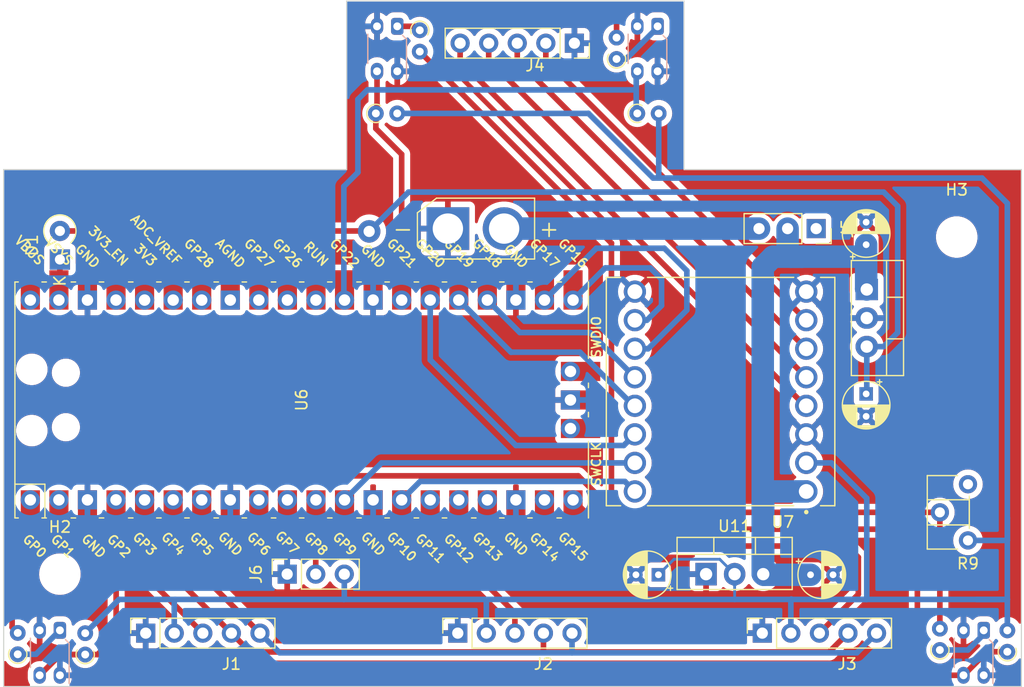
<source format=kicad_pcb>
(kicad_pcb (version 20221018) (generator pcbnew)
  (layers (0 "F.Cu" signal) (31 "B.Cu" signal) (34 "B.Paste" user) (35 "F.Paste" user) (36 "B.SilkS" user "B.Silkscreen") (37 "F.SilkS" user "F.Silkscreen") (38 "B.Mask" user) (39 "F.Mask" user) (44 "Edge.Cuts" user))
  (net 0 "")
  (net 1 "GND")
  (net 2 "Net-(D1-K)")
  (net 3 "Net-(U1-A)")
  (net 4 "Net-(R1-Pad2)")
  (net 5 "+5V")
  (net 6 "Net-(U2-A)")
  (net 7 "+3V3")
  (net 8 "Net-(U3-A)")
  (net 9 "Net-(U4-A)")
  (net 15 "SERIAL MONITOR RX")
  (net 16 "+12V")
  (net 21 "SDA")
  (net 22 "SCL")
  (net 23 "MOTOR 1 +")
  (net 24 "MOTOR 1 -")
  (net 25 "MOTOR 2 -")
  (net 26 "MOTOR 2 +")
  (net 27 "QRE1113 A")
  (net 28 "QRE1113 B")
  (net 29 "QRE1113 C")
  (net 30 "QRE1113 D")
  (net 31 "IR MODULE")
  (net 32 "PWMB")
  (net 33 "BI2")
  (net 34 "BI1")
  (net 35 "STBY")
  (net 36 "AI1")
  (net 37 "AI2")
  (net 38 "PWMA")
  (net 41 "SERIAL MONITOR TX")
  (net 45 "X-SHUT 1")
  (net 46 "X-SHUT 2")
  (net 47 "X-SHUT 3")
  (footprint "Resistor_THT:R_Axial_DIN0204_L3.6mm_D1.6mm_P1.90mm_Vertical" (layer "F.Cu") (at 109.595 45.5)
    (fp_text reference "R6" hide)
    (fp_text value "10k")
    (pad "1" thru_hole circle (at 0 0) (size 1.4 1.4) (drill 0.7) (layers "*.Cu" "*.Mask") (net 29 "QRE1113 C"))
    (pad "2" thru_hole oval (at 1.9 0) (size 1.4 1.4) (drill 0.7) (layers "*.Cu" "*.Mask") (net 7 "+3V3"))
  )
  (footprint "Connector_PinSocket_2.54mm:PinSocket_1x03_P2.54mm_Vertical" (layer "F.Cu") (at 125.5 55.75 -90)
    (fp_text reference "J5" (at 0 -2.77 -90) (layer "F.SilkS"))
    (fp_text value "Conn_01x03_Male")
    (pad "1" thru_hole rect (at 0 0 270) (size 1.7 1.7) (drill 1) (layers "*.Cu" "*.Mask") (net 16 "+12V"))
    (pad "2" thru_hole oval (at 0 2.54 270) (size 1.7 1.7) (drill 1) (layers "*.Cu" "*.Mask") (net 16 "+12V"))
    (pad "3" thru_hole oval (at 0 5.08 270) (size 1.7 1.7) (drill 1) (layers "*.Cu" "*.Mask") (net 16 "+12V"))
  )
  (footprint "Connector_AMASS:AMASS_XT30U-M_1x02_P5.0mm_Vertical" (layer "F.Cu") (at 92.75 55.75)
    (fp_text reference "IC1" hide)
    (fp_text value "XT30U-M")
    (fp_text user "+" (at 9 0) (layer "F.SilkS") (effects (font (size 1.5 1.5))))
    (fp_text user "-" (at -4 0) (layer "F.SilkS") (effects (font (size 1.5 1.5))))
    (pad "1" thru_hole rect (at 0 0) (size 3.8 3.8) (drill 2.7) (layers "*.Cu" "*.Mask") (net 1 "GND"))
    (pad "2" thru_hole circle (at 5 0) (size 3.8 3.8) (drill 2.7) (layers "*.Cu" "*.Mask") (net 16 "+12V"))
  )
  (footprint "MountingHole:MountingHole_3.2mm_M3" (layer "F.Cu") (at 58.25 86.5)
    (fp_text reference "H2" (at 0 -4.2) (layer "F.SilkS"))
    (fp_text value "MountingHole M3")
    (pad "" np_thru_hole circle (at 0 0) (size 3.2 3.2) (drill 3.2) (layers "*.Cu" "*.Mask"))
  )
  (footprint "Capacitor_THT:CP_Radial_D4.0mm_P2.00mm" (layer "F.Cu") (at 111.472599 86.555 180)
    (fp_text reference "C3" hide)
    (fp_text value "10uF")
    (pad "1" thru_hole rect (at 0 0 180) (size 1.2 1.2) (drill 0.6) (layers "*.Cu" "*.Mask") (net 7 "+3V3"))
    (pad "2" thru_hole circle (at 2 0 180) (size 1.2 1.2) (drill 0.6) (layers "*.Cu" "*.Mask") (net 1 "GND"))
  )
  (footprint "Capacitor_THT:CP_Radial_D4.0mm_P2.00mm" (layer "F.Cu") (at 129.945 70.46 -90)
    (fp_text reference "C2" hide)
    (fp_text value "22uF")
    (pad "1" thru_hole rect (at 0 0 270) (size 1.2 1.2) (drill 0.6) (layers "*.Cu" "*.Mask") (net 5 "+5V"))
    (pad "2" thru_hole circle (at 2 0 270) (size 1.2 1.2) (drill 0.6) (layers "*.Cu" "*.Mask") (net 1 "GND"))
  )
  (footprint "Capacitor_THT:CP_Radial_D4.0mm_P2.00mm" (layer "F.Cu") (at 129.945 57.1826 90)
    (fp_text reference "C1" hide)
    (fp_text value "0,1uF")
    (pad "1" thru_hole rect (at 0 0 90) (size 1.2 1.2) (drill 0.6) (layers "*.Cu" "*.Mask") (net 16 "+12V"))
    (pad "2" thru_hole circle (at 2 0 90) (size 1.2 1.2) (drill 0.6) (layers "*.Cu" "*.Mask") (net 1 "GND"))
  )
  (footprint "Package_TO_SOT_THT:TO-220-3_Vertical" (layer "F.Cu") (at 130 61.17 -90)
    (fp_text reference "U12" hide)
    (fp_text value "LM7805_TO220" hide)
    (pad "1" thru_hole rect (at 0 0 270) (size 1.905 2) (drill 1.1) (layers "*.Cu" "*.Mask") (net 16 "+12V"))
    (pad "2" thru_hole oval (at 2.54 0 270) (size 1.905 2) (drill 1.1) (layers "*.Cu" "*.Mask") (net 1 "GND"))
    (pad "3" thru_hole oval (at 5.08 0 270) (size 1.905 2) (drill 1.1) (layers "*.Cu" "*.Mask") (net 5 "+5V"))
  )
  (footprint "Resistor_THT:R_Axial_DIN0204_L3.6mm_D1.6mm_P1.90mm_Vertical" (layer "F.Cu") (at 86.345 45.5)
    (fp_text reference "R8" hide)
    (fp_text value "10k")
    (pad "1" thru_hole circle (at 0 0) (size 1.4 1.4) (drill 0.7) (layers "*.Cu" "*.Mask") (net 30 "QRE1113 D"))
    (pad "2" thru_hole oval (at 1.9 0) (size 1.4 1.4) (drill 0.7) (layers "*.Cu" "*.Mask") (net 7 "+3V3"))
  )
  (footprint "Resistor_THT:R_Axial_DIN0204_L3.6mm_D1.6mm_P1.90mm_Vertical" (layer "F.Cu") (at 90.25 38.1 -90)
    (fp_text reference "R7" hide)
    (fp_text value "100")
    (pad "1" thru_hole circle (at 0 0 270) (size 1.4 1.4) (drill 0.7) (layers "*.Cu" "*.Mask") (net 9 "Net-(U4-A)"))
    (pad "2" thru_hole oval (at 1.9 0 270) (size 1.4 1.4) (drill 0.7) (layers "*.Cu" "*.Mask") (net 4 "Net-(R1-Pad2)"))
  )
  (footprint "Connector_PinSocket_2.54mm:PinSocket_1x05_P2.54mm_Vertical" (layer "F.Cu") (at 65.88 91.75 90)
    (fp_text reference "J1" (at -2.75 7.62 180) (layer "F.SilkS"))
    (fp_text value "Conn_01x05_Pin" hide)
    (pad "1" thru_hole rect (at 0 0 90) (size 1.7 1.7) (drill 1) (layers "*.Cu" "*.Mask") (net 1 "GND"))
    (pad "2" thru_hole oval (at 0 2.54 90) (size 1.7 1.7) (drill 1) (layers "*.Cu" "*.Mask") (net 7 "+3V3"))
    (pad "3" thru_hole oval (at 0 5.08 90) (size 1.7 1.7) (drill 1) (layers "*.Cu" "*.Mask") (net 45 "X-SHUT 1"))
    (pad "4" thru_hole oval (at 0 7.62 90) (size 1.7 1.7) (drill 1) (layers "*.Cu" "*.Mask") (net 21 "SDA"))
    (pad "5" thru_hole oval (at 0 10.16 90) (size 1.7 1.7) (drill 1) (layers "*.Cu" "*.Mask") (net 22 "SCL"))
  )
  (footprint "Resistor_THT:R_Axial_DIN0204_L3.6mm_D1.6mm_P1.90mm_Vertical" (layer "F.Cu") (at 136.5 93.25 90)
    (fp_text reference "R3" hide)
    (fp_text value "100")
    (pad "1" thru_hole circle (at 0 0 90) (size 1.4 1.4) (drill 0.7) (layers "*.Cu" "*.Mask") (net 6 "Net-(U2-A)"))
    (pad "2" thru_hole oval (at 1.9 0 90) (size 1.4 1.4) (drill 0.7) (layers "*.Cu" "*.Mask") (net 4 "Net-(R1-Pad2)"))
  )
  (footprint "Diode_THT:D_A-405_P2.54mm_Vertical_KathodeUp" (layer "F.Cu") (at 58.25 58.5 90)
    (fp_text reference "D1" (at 1.27 -2.47 90) (layer "F.SilkS"))
    (fp_text value "D_Schottky" hide)
    (fp_text user "K" (at -1.9 0 90) (layer "F.SilkS"))
    (pad "1" thru_hole rect (at 0 0 90) (size 1.8 1.8) (drill 0.9) (layers "*.Cu" "*.Mask") (net 2 "Net-(D1-K)"))
    (pad "2" thru_hole oval (at 2.54 0 90) (size 1.8 1.8) (drill 0.9) (layers "*.Cu" "*.Mask") (net 5 "+5V"))
  )
  (footprint "Connector_PinSocket_2.54mm:PinSocket_1x05_P2.54mm_Vertical" (layer "F.Cu") (at 120.71 91.75 90)
    (fp_text reference "J3" (at -2.75 7.54 180) (layer "F.SilkS"))
    (fp_text value "Conn_01x05_Pin" hide)
    (pad "1" thru_hole rect (at 0 0 90) (size 1.7 1.7) (drill 1) (layers "*.Cu" "*.Mask") (net 1 "GND"))
    (pad "2" thru_hole oval (at 0 2.54 90) (size 1.7 1.7) (drill 1) (layers "*.Cu" "*.Mask") (net 7 "+3V3"))
    (pad "3" thru_hole oval (at 0 5.08 90) (size 1.7 1.7) (drill 1) (layers "*.Cu" "*.Mask") (net 47 "X-SHUT 3"))
    (pad "4" thru_hole oval (at 0 7.62 90) (size 1.7 1.7) (drill 1) (layers "*.Cu" "*.Mask") (net 21 "SDA"))
    (pad "5" thru_hole oval (at 0 10.16 90) (size 1.7 1.7) (drill 1) (layers "*.Cu" "*.Mask") (net 22 "SCL"))
  )
  (footprint "Resistor_THT:R_Axial_DIN0204_L3.6mm_D1.6mm_P1.90mm_Vertical" (layer "F.Cu") (at 54.5 93.63 90)
    (fp_text reference "R1" hide)
    (fp_text value "100")
    (pad "1" thru_hole circle (at 0 0 90) (size 1.4 1.4) (drill 0.7) (layers "*.Cu" "*.Mask") (net 3 "Net-(U1-A)"))
    (pad "2" thru_hole oval (at 1.9 0 90) (size 1.4 1.4) (drill 0.7) (layers "*.Cu" "*.Mask") (net 4 "Net-(R1-Pad2)"))
  )
  (footprint "Capacitor_THT:CP_Radial_D4.0mm_P2.00mm" (layer "F.Cu") (at 125 86.555)
    (fp_text reference "C4" hide)
    (fp_text value "10uF")
    (pad "1" thru_hole rect (at 0 0) (size 1.2 1.2) (drill 0.6) (layers "*.Cu" "*.Mask") (net 16 "+12V"))
    (pad "2" thru_hole circle (at 2 0) (size 1.2 1.2) (drill 0.6) (layers "*.Cu" "*.Mask") (net 1 "GND"))
  )
  (footprint "Connector_PinSocket_2.54mm:PinSocket_1x05_P2.54mm_Vertical" (layer "F.Cu") (at 104 39.25 -90)
    (fp_text reference "J4" (at 2 3.5 -180) (layer "F.SilkS"))
    (fp_text value "Conn_01x05_Male" hide)
    (pad "1" thru_hole rect (at 0 0 270) (size 1.7 1.7) (drill 1) (layers "*.Cu" "*.Mask") (net 1 "GND"))
    (pad "2" thru_hole oval (at 0 2.54 270) (size 1.7 1.7) (drill 1) (layers "*.Cu" "*.Mask") (net 25 "MOTOR 2 -"))
    (pad "3" thru_hole oval (at 0 5.08 270) (size 1.7 1.7) (drill 1) (layers "*.Cu" "*.Mask") (net 26 "MOTOR 2 +"))
    (pad "4" thru_hole oval (at 0 7.62 270) (size 1.7 1.7) (drill 1) (layers "*.Cu" "*.Mask") (net 24 "MOTOR 1 -"))
    (pad "5" thru_hole oval (at 0 10.16 270) (size 1.7 1.7) (drill 1) (layers "*.Cu" "*.Mask") (net 23 "MOTOR 1 +"))
  )
  (footprint "Resistor_THT:R_Axial_DIN0204_L3.6mm_D1.6mm_P1.90mm_Vertical" (layer "F.Cu") (at 142.5 93.405 90)
    (fp_text reference "R4" hide)
    (fp_text value "10k")
    (pad "1" thru_hole circle (at 0 0 90) (size 1.4 1.4) (drill 0.7) (layers "*.Cu" "*.Mask") (net 28 "QRE1113 B"))
    (pad "2" thru_hole oval (at 1.9 0 90) (size 1.4 1.4) (drill 0.7) (layers "*.Cu" "*.Mask") (net 7 "+3V3"))
  )
  (footprint "MCU_Raspberry:RPi_Pico_SMD_TH" (layer "F.Cu") (at 79.75 71 90)
    (fp_text reference "U6" (at 0 0 90) (layer "F.SilkS"))
    (fp_text value "Pico")
    (fp_text user "GP22" (at 13.054 3.81 135) (layer "F.SilkS") (effects (font (size 0.8 0.8))))
    (fp_text user "GP10" (at -13.054 8.89 135) (layer "F.SilkS") (effects (font (size 0.8 0.8))))
    (fp_text user "3V3_EN" (at 13.7 -17.2 135) (layer "F.SilkS") (effects (font (size 0.8 0.8))))
    (fp_text user "GP12" (at -13.2 13.97 135) (layer "F.SilkS") (effects (font (size 0.8 0.8))))
    (fp_text user "GP26" (at 13.054 -1.27 135) (layer "F.SilkS") (effects (font (size 0.8 0.8))))
    (fp_text user "GND" (at 12.8 6.35 135) (layer "F.SilkS") (effects (font (size 0.8 0.8))))
    (fp_text user "AGND" (at 13.054 -6.35 135) (layer "F.SilkS") (effects (font (size 0.8 0.8))))
    (fp_text user "GND" (at -12.8 -6.35 135) (layer "F.SilkS") (effects (font (size 0.8 0.8))))
    (fp_text user "GND" (at -13 -18.5 135) (layer "F.SilkS") (effects (font (size 0.8 0.8))))
    (fp_text user "GP20" (at 13.054 11.43 135) (layer "F.SilkS") (effects (font (size 0.8 0.8))))
    (fp_text user "RUN" (at 13 1.27 135) (layer "F.SilkS") (effects (font (size 0.8 0.8))))
    (fp_text user "ADC_VREF" (at 14.25 -12.95 135) (layer "F.SilkS") (effects (font (size 0.8 0.8))))
    (fp_text user "VSYS" (at 13.2 -21.59 135) (layer "F.SilkS") (effects (font (size 0.8 0.8))))
    (fp_text user "GP4" (at -12.8 -11.43 135) (layer "F.SilkS") (effects (font (size 0.8 0.8))))
    (fp_text user "GP19" (at 13.054 13.97 135) (layer "F.SilkS") (effects (font (size 0.8 0.8))))
    (fp_text user "SWDIO" (at 5.6 26.2 90) (layer "F.SilkS") (effects (font (size 0.8 0.8))))
    (fp_text user "GND" (at -12.8 6.35 135) (layer "F.SilkS") (effects (font (size 0.8 0.8))))
    (fp_text user "GP0" (at -13 -23.75 135) (layer "F.SilkS") (effects (font (size 0.8 0.8))))
    (fp_text user "GP27" (at 13.054 -3.8 135) (layer "F.SilkS") (effects (font (size 0.8 0.8))))
    (fp_text user "GP8" (at -12.8 1.27 135) (layer "F.SilkS") (effects (font (size 0.8 0.8))))
    (fp_text user "GP5" (at -12.8 -8.89 135) (layer "F.SilkS") (effects (font (size 0.8 0.8))))
    (fp_text user "VBUS" (at 13.3 -24.2 135) (layer "F.SilkS") (effects (font (size 0.8 0.8))))
    (fp_text user "SWCLK" (at -5.7 26.2 90) (layer "F.SilkS") (effects (font (size 0.8 0.8))))
    (fp_text user "GP7" (at -12.7 -1.3 135) (layer "F.SilkS") (effects (font (size 0.8 0.8))))
    (fp_text user "GP1" (at -13 -21.25 135) (layer "F.SilkS") (effects (font (size 0.8 0.8))))
    (fp_text user "GP9" (at -12.8 3.81 135) (layer "F.SilkS") (effects (font (size 0.8 0.8))))
    (fp_text user "GP17" (at 13.054 21.59 135) (layer "F.SilkS") (effects (font (size 0.8 0.8))))
    (fp_text user "GP28" (at 13.054 -9.144 135) (layer "F.SilkS") (effects (font (size 0.8 0.8))))
    (fp_text user "GND" (at 12.8 19.05 135) (layer "F.SilkS") (effects (font (size 0.8 0.8))))
    (fp_text user "GND" (at -12.8 19.05 135) (layer "F.SilkS") (effects (font (size 0.8 0.8))))
    (fp_text user "GP6" (at -12.8 -3.81 135) (layer "F.SilkS") (effects (font (size 0.8 0.8))))
    (fp_text user "GP13" (at -13.054 16.51 135) (layer "F.SilkS") (effects (font (size 0.8 0.8))))
    (fp_text user "GP14" (at -13.1 21.59 135) (layer "F.SilkS") (effects (font (size 0.8 0.8))))
    (fp_text user "GP2" (at -13 -16.25 135) (layer "F.SilkS") (effects (font (size 0.8 0.8))))
    (fp_text user "GP3" (at -12.8 -13.97 135) (layer "F.SilkS") (effects (font (size 0.8 0.8))))
    (fp_text user "GND" (at 12.8 -19.05 135) (layer "F.SilkS") (effects (font (size 0.8 0.8))))
    (fp_text user "3V3" (at 12.9 -13.9 135) (layer "F.SilkS") (effects (font (size 0.8 0.8))))
    (fp_text user "GP15" (at -13.054 24.13 135) (layer "F.SilkS") (effects (font (size 0.8 0.8))))
    (fp_text user "GP11" (at -13.2 11.43 135) (layer "F.SilkS") (effects (font (size 0.8 0.8))))
    (fp_text user "GP18" (at 13.054 16.51 135) (layer "F.SilkS") (effects (font (size 0.8 0.8))))
    (fp_text user "GP21" (at 13.054 8.9 135) (layer "F.SilkS") (effects (font (size 0.8 0.8))))
    (fp_text user "GP16" (at 13.054 24.13 135) (layer "F.SilkS") (effects (font (size 0.8 0.8))))
    (pad "" np_thru_hole oval (at -2.725 -24 90) (size 1.8 1.8) (drill 1.8) (layers "*.Cu" "*.Mask"))
    (pad "" np_thru_hole oval (at -2.425 -20.97 90) (size 1.5 1.5) (drill 1.5) (layers "*.Cu" "*.Mask"))
    (pad "" np_thru_hole oval (at 2.425 -20.97 90) (size 1.5 1.5) (drill 1.5) (layers "*.Cu" "*.Mask"))
    (pad "" np_thru_hole oval (at 2.725 -24 90) (size 1.8 1.8) (drill 1.8) (layers "*.Cu" "*.Mask"))
    (pad "1" thru_hole oval (at -8.89 -24.13 90) (size 1.7 1.7) (drill 1.02) (layers "*.Cu" "*.Mask") (net 15 "SERIAL MONITOR RX"))
    (pad "1" smd rect (at -8.89 -24.13 90) (size 3.5 1.7) (drill (offset -0.9 0)) (layers "F.Cu" "F.Mask") (net 15 "SERIAL MONITOR RX"))
    (pad "2" thru_hole oval (at -8.89 -21.59 90) (size 1.7 1.7) (drill 1.02) (layers "*.Cu" "*.Mask") (net 41 "SERIAL MONITOR TX"))
    (pad "2" smd rect (at -8.89 -21.59 90) (size 3.5 1.7) (drill (offset -0.9 0)) (layers "F.Cu" "F.Mask") (net 41 "SERIAL MONITOR TX"))
    (pad "3" thru_hole rect (at -8.89 -19.05 90) (size 1.7 1.7) (drill 1.02) (layers "*.Cu" "*.Mask") (net 1 "GND"))
    (pad "3" smd rect (at -8.89 -19.05 90) (size 3.5 1.7) (drill (offset -0.9 0)) (layers "F.Cu" "F.Mask") (net 1 "GND"))
    (pad "4" thru_hole oval (at -8.89 -16.51 90) (size 1.7 1.7) (drill 1.02) (layers "*.Cu" "*.Mask") (net 27 "QRE1113 A"))
    (pad "4" smd rect (at -8.89 -16.51 90) (size 3.5 1.7) (drill (offset -0.9 0)) (layers "F.Cu" "F.Mask") (net 27 "QRE1113 A"))
    (pad "5" thru_hole oval (at -8.89 -13.97 90) (size 1.7 1.7) (drill 1.02) (layers "*.Cu" "*.Mask") (net 45 "X-SHUT 1"))
    (pad "5" smd rect (at -8.89 -13.97 90) (size 3.5 1.7) (drill (offset -0.9 0)) (layers "F.Cu" "F.Mask") (net 45 "X-SHUT 1"))
    (pad "6" thru_hole oval (at -8.89 -11.43 90) (size 1.7 1.7) (drill 1.02) (layers "*.Cu" "*.Mask") (net 21 "SDA"))
    (pad "6" smd rect (at -8.89 -11.43 90) (size 3.5 1.7) (drill (offset -0.9 0)) (layers "F.Cu" "F.Mask") (net 21 "SDA"))
    (pad "7" thru_hole oval (at -8.89 -8.89 90) (size 1.7 1.7) (drill 1.02) (layers "*.Cu" "*.Mask") (net 22 "SCL"))
    (pad "7" smd rect (at -8.89 -8.89 90) (size 3.5 1.7) (drill (offset -0.9 0)) (layers "F.Cu" "F.Mask") (net 22 "SCL"))
    (pad "8" thru_hole rect (at -8.89 -6.35 90) (size 1.7 1.7) (drill 1.02) (layers "*.Cu" "*.Mask") (net 1 "GND"))
    (pad "8" smd rect (at -8.89 -6.35 90) (size 3.5 1.7) (drill (offset -0.9 0)) (layers "F.Cu" "F.Mask") (net 1 "GND"))
    (pad "9" thru_hole oval (at -8.89 -3.81 90) (size 1.7 1.7) (drill 1.02) (layers "*.Cu" "*.Mask"))
    (pad "9" smd rect (at -8.89 -3.81 90) (size 3.5 1.7) (drill (offset -0.9 0)) (layers "F.Cu" "F.Mask"))
    (pad "10" thru_hole oval (at -8.89 -1.27 90) (size 1.7 1.7) (drill 1.02) (layers "*.Cu" "*.Mask"))
    (pad "10" smd rect (at -8.89 -1.27 90) (size 3.5 1.7) (drill (offset -0.9 0)) (layers "F.Cu" "F.Mask"))
    (pad "11" thru_hole oval (at -8.89 1.27 90) (size 1.7 1.7) (drill 1.02) (layers "*.Cu" "*.Mask") (net 31 "IR MODULE"))
    (pad "11" smd rect (at -8.89 1.27 90) (size 3.5 1.7) (drill (offset -0.9 0)) (layers "F.Cu" "F.Mask") (net 31 "IR MODULE"))
    (pad "12" thru_hole oval (at -8.89 3.81 90) (size 1.7 1.7) (drill 1.02) (layers "*.Cu" "*.Mask") (net 37 "AI2"))
    (pad "12" smd rect (at -8.89 3.81 90) (size 3.5 1.7) (drill (offset -0.9 0)) (layers "F.Cu" "F.Mask") (net 37 "AI2"))
    (pad "13" thru_hole rect (at -8.89 6.35 90) (size 1.7 1.7) (drill 1.02) (layers "*.Cu" "*.Mask") (net 1 "GND"))
    (pad "13" smd rect (at -8.89 6.35 90) (size 3.5 1.7) (drill (offset -0.9 0)) (layers "F.Cu" "F.Mask") (net 1 "GND"))
    (pad "14" thru_hole oval (at -8.89 8.89 90) (size 1.7 1.7) (drill 1.02) (layers "*.Cu" "*.Mask") (net 38 "PWMA"))
    (pad "14" smd rect (at -8.89 8.89 90) (size 3.5 1.7) (drill (offset -0.9 0)) (layers "F.Cu" "F.Mask") (net 38 "PWMA"))
    (pad "15" thru_hole oval (at -8.89 11.43 90) (size 1.7 1.7) (drill 1.02) (layers "*.Cu" "*.Mask"))
    (pad "15" smd rect (at -8.89 11.43 90) (size 3.5 1.7) (drill (offset -0.9 0)) (layers "F.Cu" "F.Mask"))
    (pad "16" thru_hole oval (at -8.89 13.97 90) (size 1.7 1.7) (drill 1.02) (layers "*.Cu" "*.Mask") (net 46 "X-SHUT 2"))
    (pad "16" smd rect (at -8.89 13.97 90) (size 3.5 1.7) (drill (offset -0.9 0)) (layers "F.Cu" "F.Mask") (net 46 "X-SHUT 2"))
    (pad "17" thru_hole oval (at -8.89 16.51 90) (size 1.7 1.7) (drill 1.02) (layers "*.Cu" "*.Mask") (net 47 "X-SHUT 3"))
    (pad "17" smd rect (at -8.89 16.51 90) (size 3.5 1.7) (drill (offset -0.9 0)) (layers "F.Cu" "F.Mask") (net 47 "X-SHUT 3"))
    (pad "18" thru_hole rect (at -8.89 19.05 90) (size 1.7 1.7) (drill 1.02) (layers "*.Cu" "*.Mask") (net 1 "GND"))
    (pad "18" smd rect (at -8.89 19.05 90) (size 3.5 1.7) (drill (offset -0.9 0)) (layers "F.Cu" "F.Mask") (net 1 "GND"))
    (pad "19" thru_hole oval (at -8.89 21.59 90) (size 1.7 1.7) (drill 1.02) (layers "*.Cu" "*.Mask"))
    (pad "19" smd rect (at -8.89 21.59 90) (size 3.5 1.7) (drill (offset -0.9 0)) (layers "F.Cu" "F.Mask"))
    (pad "20" thru_hole oval (at -8.89 24.13 90) (size 1.7 1.7) (drill 1.02) (layers "*.Cu" "*.Mask") (net 28 "QRE1113 B"))
    (pad "20" smd rect (at -8.89 24.13 90) (size 3.5 1.7) (drill (offset -0.9 0)) (layers "F.Cu" "F.Mask") (net 28 "QRE1113 B"))
    (pad "21" thru_hole oval (at 8.89 24.13 90) (size 1.7 1.7) (drill 1.02) (layers "*.Cu" "*.Mask") (net 32 "PWMB"))
    (pad "21" smd rect (at 8.89 24.13 90) (size 3.5 1.7) (drill (offset 0.9 0)) (layers "F.Cu" "F.Mask") (net 32 "PWMB"))
    (pad "22" thru_hole oval (at 8.89 21.59 90) (size 1.7 1.7) (drill 1.02) (layers "*.Cu" "*.Mask") (net 33 "BI2"))
    (pad "22" smd rect (at 8.89 21.59 90) (size 3.5 1.7) (drill (offset 0.9 0)) (layers "F.Cu" "F.Mask") (net 33 "BI2"))
    (pad "23" thru_hole rect (at 8.89 19.05 90) (size 1.7 1.7) (drill 1.02) (layers "*.Cu" "*.Mask") (net 1 "GND"))
    (pad "23" smd rect (at 8.89 19.05 90) (size 3.5 1.7) (drill (offset 0.9 0)) (layers "F.Cu" "F.Mask") (net 1 "GND"))
    (pad "24" thru_hole oval (at 8.89 16.51 90) (size 1.7 1.7) (drill 1.02) (layers "*.Cu" "*.Mask") (net 34 "BI1"))
    (pad "24" smd rect (at 8.89 16.51 90) (size 3.5 1.7) (drill (offset 0.9 0)) (layers "F.Cu" "F.Mask") (net 34 "BI1"))
    (pad "25" thru_hole oval (at 8.89 13.97 90) (size 1.7 1.7) (drill 1.02) (layers "*.Cu" "*.Mask") (net 35 "STBY"))
    (pad "25" smd rect (at 8.89 13.97 90) (size 3.5 1.7) (drill (offset 0.9 0)) (layers "F.Cu" "F.Mask") (net 35 "STBY"))
    (pad "26" thru_hole oval (at 8.89 11.43 90) (size 1.7 1.7) (drill 1.02) (layers "*.Cu" "*.Mask") (net 36 "AI1"))
    (pad "26" smd rect (at 8.89 11.43 90) (size 3.5 1.7) (drill (offset 0.9 0)) (layers "F.Cu" "F.Mask") (net 36 "AI1"))
    (pad "27" thru_hole oval (at 8.89 8.89 90) (size 1.7 1.7) (drill 1.02) (layers "*.Cu" "*.Mask") (net 30 "QRE1113 D"))
    (pad "27" smd rect (at 8.89 8.89 90) (size 3.5 1.7) (drill (offset 0.9 0)) (layers "F.Cu" "F.Mask") (net 30 "QRE1113 D"))
    (pad "28" thru_hole rect (at 8.89 6.35 90) (size 1.7 1.7) (drill 1.02) (layers "*.Cu" "*.Mask") (net 1 "GND"))
    (pad "28" smd rect (at 8.89 6.35 90) (size 3.5 1.7) (drill (offset 0.9 0)) (layers "F.Cu" "F.Mask") (net 1 "GND"))
    (pad "29" thru_hole oval (at 8.89 3.81 90) (size 1.7 1.7) (drill 1.02) (layers "*.Cu" "*.Mask") (net 29 "QRE1113 C"))
    (pad "29" smd rect (at 8.89 3.81 90) (size 3.5 1.7) (drill (offset 0.9 0)) (layers "F.Cu" "F.Mask") (net 29 "QRE1113 C"))
    (pad "30" thru_hole oval (at 8.89 1.27 90) (size 1.7 1.7) (drill 1.02) (layers "*.Cu" "*.Mask"))
    (pad "30" smd rect (at 8.89 1.27 90) (size 3.5 1.7) (drill (offset 0.9 0)) (layers "F.Cu" "F.Mask"))
    (pad "31" thru_hole oval (at 8.89 -1.27 90) (size 1.7 1.7) (drill 1.02) (layers "*.Cu" "*.Mask"))
    (pad "31" smd rect (at 8.89 -1.27 90) (size 3.5 1.7) (drill (offset 0.9 0)) (layers "F.Cu" "F.Mask"))
    (pad "32" thru_hole oval (at 8.89 -3.81 90) (size 1.7 1.7) (drill 1.02) (layers "*.Cu" "*.Mask"))
    (pad "32" smd rect (at 8.89 -3.81 90) (size 3.5 1.7) (drill (offset 0.9 0)) (layers "F.Cu" "F.Mask"))
    (pad "33" thru_hole rect (at 8.89 -6.35 90) (size 1.7 1.7) (drill 1.02) (layers "*.Cu" "*.Mask"))
    (pad "33" smd rect (at 8.89 -6.35 90) (size 3.5 1.7) (drill (offset 0.9 0)) (layers "F.Cu" "F.Mask"))
    (pad "34" thru_hole oval (at 8.89 -8.89 90) (size 1.7 1.7) (drill 1.02) (layers "*.Cu" "*.Mask"))
    (pad "34" smd rect (at 8.89 -8.89 90) (size 3.5 1.7) (drill (offset 0.9 0)) (layers "F.Cu" "F.Mask"))
    (pad "35" thru_hole oval (at 8.89 -11.43 90) (size 1.7 1.7) (drill 1.02) (layers "*.Cu" "*.Mask"))
    (pad "35" smd rect (at 8.89 -11.43 90) (size 3.5 1.7) (drill (offset 0.9 0)) (layers "F.Cu" "F.Mask"))
    (pad "36" thru_hole oval (at 8.89 -13.97 90) (size 1.7 1.7) (drill 1.02) (layers "*.Cu" "*.Mask"))
    (pad "36" smd rect (at 8.89 -13.97 90) (size 3.5 1.7) (drill (offset 0.9 0)) (layers "F.Cu" "F.Mask"))
    (pad "37" thru_hole oval (at 8.89 -16.51 90) (size 1.7 1.7) (drill 1.02) (layers "*.Cu" "*.Mask"))
    (pad "37" smd rect (at 8.89 -16.51 90) (size 3.5 1.7) (drill (offset 0.9 0)) (layers "F.Cu" "F.Mask"))
    (pad "38" thru_hole rect (at 8.89 -19.05 90) (size 1.7 1.7) (drill 1.02) (layers "*.Cu" "*.Mask") (net 1 "GND"))
    (pad "38" smd rect (at 8.89 -19.05 90) (size 3.5 1.7) (drill (offset 0.9 0)) (layers "F.Cu" "F.Mask") (net 1 "GND"))
    (pad "39" thru_hole oval (at 8.89 -21.59 90) (size 1.7 1.7) (drill 1.02) (layers "*.Cu" "*.Mask") (net 2 "Net-(D1-K)"))
    (pad "39" smd rect (at 8.89 -21.59 90) (size 3.5 1.7) (drill (offset 0.9 0)) (layers "F.Cu" "F.Mask") (net 2 "Net-(D1-K)"))
    (pad "40" thru_hole oval (at 8.89 -24.13 90) (size 1.7 1.7) (drill 1.02) (layers "*.Cu" "*.Mask"))
    (pad "40" smd rect (at 8.89 -24.13 90) (size 3.5 1.7) (drill (offset 0.9 0)) (layers "F.Cu" "F.Mask"))
    (pad "41" thru_hole oval (at -2.54 23.9 90) (size 1.7 1.7) (drill 1.02) (layers "*.Cu" "*.Mask"))
    (pad "41" smd rect (at -2.54 23.9 180) (size 3.5 1.7) (drill (offset -0.9 0)) (layers "F.Cu" "F.Mask"))
    (pad "42" thru_hole rect (at 0 23.9 90) (size 1.7 1.7) (drill 1.02) (layers "*.Cu" "*.Mask") (net 1 "GND"))
    (pad "42" smd rect (at 0 23.9 180) (size 3.5 1.7) (drill (offset -0.9 0)) (layers "F.Cu" "F.Mask") (net 1 "GND"))
    (pad "43" thru_hole oval (at 2.54 23.9 90) (size 1.7 1.7) (drill 1.02) (layers "*.Cu" "*.Mask"))
    (pad "43" smd rect (at 2.54 23.9 180) (size 3.5 1.7) (drill (offset -0.9 0)) (layers "F.Cu" "F.Mask"))
  )
  (footprint "Resistor_THT:R_Axial_DIN0204_L3.6mm_D1.6mm_P1.90mm_Vertical" (layer "F.Cu") (at 60.5 93.655 90)
    (fp_text reference "R2" hide)
    (fp_text value "10k")
    (pad "1" thru_hole circle (at 0 0 90) (size 1.4 1.4) (drill 0.7) (layers "*.Cu" "*.Mask") (net 27 "QRE1113 A"))
    (pad "2" thru_hole oval (at 1.9 0 90) (size 1.4 1.4) (drill 0.7) (layers "*.Cu" "*.Mask") (net 7 "+3V3"))
  )
  (footprint "Connector_PinSocket_2.54mm:PinSocket_1x05_P2.54mm_Vertical" (layer "F.Cu") (at 93.63 91.75 90)
    (fp_text reference "J2" (at -2.75 7.62 180) (layer "F.SilkS"))
    (fp_text value "Conn_01x05_Pin" hide)
    (pad "1" thru_hole rect (at 0 0 90) (size 1.7 1.7) (drill 1) (layers "*.Cu" "*.Mask") (net 1 "GND"))
    (pad "2" thru_hole oval (at 0 2.54 90) (size 1.7 1.7) (drill 1) (layers "*.Cu" "*.Mask") (net 7 "+3V3"))
    (pad "3" thru_hole oval (at 0 5.08 90) (size 1.7 1.7) (drill 1) (layers "*.Cu" "*.Mask") (net 46 "X-SHUT 2"))
    (pad "4" thru_hole oval (at 0 7.62 90) (size 1.7 1.7) (drill 1) (layers "*.Cu" "*.Mask") (net 21 "SDA"))
    (pad "5" thru_hole oval (at 0 10.16 90) (size 1.7 1.7) (drill 1) (layers "*.Cu" "*.Mask") (net 22 "SCL"))
  )
  (footprint "Connector_PinSocket_2.54mm:PinSocket_1x03_P2.54mm_Vertical" (layer "F.Cu") (at 78.46 86.5 90)
    (fp_text reference "J6" (at 0 -2.77 90) (layer "F.SilkS"))
    (fp_text value "Conn_01x03_Male" hide)
    (pad "1" thru_hole rect (at 0 0 90) (size 1.7 1.7) (drill 1) (layers "*.Cu" "*.Mask") (net 1 "GND"))
    (pad "2" thru_hole oval (at 0 2.54 90) (size 1.7 1.7) (drill 1) (layers "*.Cu" "*.Mask") (net 31 "IR MODULE"))
    (pad "3" thru_hole oval (at 0 5.08 90) (size 1.7 1.7) (drill 1) (layers "*.Cu" "*.Mask") (net 7 "+3V3"))
  )
  (footprint "Resistor_THT:R_Axial_DIN0204_L3.6mm_D1.6mm_P1.90mm_Vertical" (layer "F.Cu") (at 107.75 40.655 90)
    (fp_text reference "R5" hide)
    (fp_text value "100")
    (pad "1" thru_hole circle (at 0 0 90) (size 1.4 1.4) (drill 0.7) (layers "*.Cu" "*.Mask") (net 8 "Net-(U3-A)"))
    (pad "2" thru_hole oval (at 1.9 0 90) (size 1.4 1.4) (drill 0.7) (layers "*.Cu" "*.Mask") (net 4 "Net-(R1-Pad2)"))
  )
  (footprint "ROB-14450:MODULE_ROB-14450" (layer "F.Cu") (at 117 70.25 180)
    (fp_text reference "U7" (at -5.5332 -11.6132) (layer "F.SilkS"))
    (fp_text value "ROB-14450")
    (pad "1" thru_hole circle (at -7.62 -8.89 180) (size 1.98 1.98) (drill 1.32) (layers "*.Cu" "*.Mask") (net 16 "+12V"))
    (pad "2" thru_hole circle (at -7.62 -6.35 180) (size 1.98 1.98) (drill 1.32) (layers "*.Cu" "*.Mask") (net 7 "+3V3"))
    (pad "3" thru_hole circle (at -7.62 -3.81 180) (size 1.98 1.98) (drill 1.32) (layers "*.Cu" "*.Mask") (net 1 "GND"))
    (pad "4" thru_hole circle (at -7.62 -1.27 180) (size 1.98 1.98) (drill 1.32) (layers "*.Cu" "*.Mask") (net 23 "MOTOR 1 +"))
    (pad "5" thru_hole circle (at -7.62 1.27 180) (size 1.98 1.98) (drill 1.32) (layers "*.Cu" "*.Mask") (net 24 "MOTOR 1 -"))
    (pad "6" thru_hole circle (at -7.62 3.81 180) (size 1.98 1.98) (drill 1.32) (layers "*.Cu" "*.Mask") (net 26 "MOTOR 2 +"))
    (pad "7" thru_hole circle (at -7.62 6.35 180) (size 1.98 1.98) (drill 1.32) (layers "*.Cu" "*.Mask") (net 25 "MOTOR 2 -"))
    (pad "8" thru_hole circle (at -7.62 8.89 180) (size 1.98 1.98) (drill 1.32) (layers "*.Cu" "*.Mask") (net 1 "GND"))
    (pad "9" thru_hole circle (at 7.62 8.89 180) (size 1.98 1.98) (drill 1.32) (layers "*.Cu" "*.Mask") (net 1 "GND"))
    (pad "10" thru_hole circle (at 7.62 6.35 180) (size 1.98 1.98) (drill 1.32) (layers "*.Cu" "*.Mask") (net 32 "PWMB"))
    (pad "11" thru_hole circle (at 7.62 3.81 180) (size 1.98 1.98) (drill 1.32) (layers "*.Cu" "*.Mask") (net 33 "BI2"))
    (pad "12" thru_hole circle (at 7.62 1.27 180) (size 1.98 1.98) (drill 1.32) (layers "*.Cu" "*.Mask") (net 34 "BI1"))
    (pad "13" thru_hole circle (at 7.62 -1.27 180) (size 1.98 1.98) (drill 1.32) (layers "*.Cu" "*.Mask") (net 35 "STBY"))
    (pad "14" thru_hole circle (at 7.62 -3.81 180) (size 1.98 1.98) (drill 1.32) (layers "*.Cu" "*.Mask") (net 36 "AI1"))
    (pad "15" thru_hole circle (at 7.62 -6.35 180) (size 1.98 1.98) (drill 1.32) (layers "*.Cu" "*.Mask") (net 37 "AI2"))
    (pad "16" thru_hole circle (at 7.62 -8.89 180) (size 1.98 1.98) (drill 1.32) (layers "*.Cu" "*.Mask") (net 38 "PWMA"))
  )
  (footprint "MountingHole:MountingHole_3.2mm_M3" (layer "F.Cu") (at 138 56.5)
    (fp_text reference "H3" (at 0 -4.2) (layer "F.SilkS"))
    (fp_text value "MountingHole M3")
    (pad "" np_thru_hole circle (at 0 0) (size 3.2 3.2) (drill 3.2) (layers "*.Cu" "*.Mask"))
  )
  (footprint "Package_TO_SOT_THT:TO-220-3_Vertical" (layer "F.Cu") (at 115.71 86.5)
    (fp_text reference "U11" (at 2.54 -4.27) (layer "F.SilkS"))
    (fp_text value "LD1086V33-DG" hide)
    (pad "1" thru_hole rect (at 0 0) (size 1.905 2) (drill 1.1) (layers "*.Cu" "*.Mask") (net 1 "GND"))
    (pad "2" thru_hole oval (at 2.54 0) (size 1.905 2) (drill 1.1) (layers "*.Cu" "*.Mask") (net 7 "+3V3"))
    (pad "3" thru_hole oval (at 5.08 0) (size 1.905 2) (drill 1.1) (layers "*.Cu" "*.Mask") (net 16 "+12V"))
  )
  (footprint "Potentiometer_THT:Potentiometer_ACP_CA6-H2,5_Horizontal" (layer "F.Cu") (at 139 83.5 180)
    (fp_text reference "R9" (at 0 -2.06) (layer "F.SilkS"))
    (fp_text value "R_Trim")
    (pad "1" thru_hole circle (at 0 0 180) (size 1.62 1.62) (drill 0.9) (layers "*.Cu" "*.Mask") (net 7 "+3V3"))
    (pad "2" thru_hole circle (at 2.5 2.5 180) (size 1.62 1.62) (drill 0.9) (layers "*.Cu" "*.Mask") (net 4 "Net-(R1-Pad2)"))
    (pad "3" thru_hole circle (at 0 5 180) (size 1.62 1.62) (drill 0.9) (layers "*.Cu" "*.Mask"))
  )
  (footprint "OptoDevice:OnSemi_CASE100AQ" (layer "B.Cu") (at 88.25 37.75 180)
    (fp_text reference "U4" hide)
    (fp_text value "QRE1113" hide)
    (pad "1" thru_hole roundrect (at 0 0 180) (size 1.1 1.5) (drill 0.7) (layers "*.Cu" "*.Mask") (net 9 "Net-(U4-A)"))
    (pad "2" thru_hole oval (at 0 -4 180) (size 1.1 1.5) (drill 0.7) (layers "*.Cu" "*.Mask") (net 1 "GND"))
    (pad "3" thru_hole oval (at 1.8 -4 180) (size 1.1 1.5) (drill 0.7) (layers "*.Cu" "*.Mask") (net 30 "QRE1113 D"))
    (pad "4" thru_hole oval (at 1.8 0 180) (size 1.1 1.5) (drill 0.7) (layers "*.Cu" "*.Mask") (net 1 "GND"))
  )
  (footprint "OptoDevice:OnSemi_CASE100AQ" (layer "B.Cu") (at 140.4 91.5 180)
    (fp_text reference "U2" hide)
    (fp_text value "QRE1113" hide)
    (pad "1" thru_hole roundrect (at 0 0 180) (size 1.1 1.5) (drill 0.7) (layers "*.Cu" "*.Mask") (net 6 "Net-(U2-A)"))
    (pad "2" thru_hole oval (at 0 -4 180) (size 1.1 1.5) (drill 0.7) (layers "*.Cu" "*.Mask") (net 1 "GND"))
    (pad "3" thru_hole oval (at 1.8 -4 180) (size 1.1 1.5) (drill 0.7) (layers "*.Cu" "*.Mask") (net 28 "QRE1113 B"))
    (pad "4" thru_hole oval (at 1.8 0 180) (size 1.1 1.5) (drill 0.7) (layers "*.Cu" "*.Mask") (net 1 "GND"))
  )
  (footprint "OptoDevice:OnSemi_CASE100AQ" (layer "B.Cu") (at 111.4 37.75 180)
    (fp_text reference "U3" hide)
    (fp_text value "QRE1113" hide)
    (pad "1" thru_hole roundrect (at 0 0 180) (size 1.1 1.5) (drill 0.7) (layers "*.Cu" "*.Mask") (net 8 "Net-(U3-A)"))
    (pad "2" thru_hole oval (at 0 -4 180) (size 1.1 1.5) (drill 0.7) (layers "*.Cu" "*.Mask") (net 1 "GND"))
    (pad "3" thru_hole oval (at 1.8 -4 180) (size 1.1 1.5) (drill 0.7) (layers "*.Cu" "*.Mask") (net 29 "QRE1113 C"))
    (pad "4" thru_hole oval (at 1.8 0 180) (size 1.1 1.5) (drill 0.7) (layers "*.Cu" "*.Mask") (net 1 "GND"))
  )
  (footprint "OptoDevice:OnSemi_CASE100AQ" (layer "B.Cu") (at 58.25 91.5 180)
    (fp_text reference "U1" hide)
    (fp_text value "QRE1113" hide)
    (pad "1" thru_hole roundrect (at 0 0 180) (size 1.1 1.5) (drill 0.7) (layers "*.Cu" "*.Mask") (net 3 "Net-(U1-A)"))
    (pad "2" thru_hole oval (at 0 -4 180) (size 1.1 1.5) (drill 0.7) (layers "*.Cu" "*.Mask") (net 1 "GND"))
    (pad "3" thru_hole oval (at 1.8 -4 180) (size 1.1 1.5) (drill 0.7) (layers "*.Cu" "*.Mask") (net 27 "QRE1113 A"))
    (pad "4" thru_hole oval (at 1.8 0 180) (size 1.1 1.5) (drill 0.7) (layers "*.Cu" "*.Mask") (net 1 "GND"))
  )
  (gr_line (start 113.75 50.5) (end 143.75 50.5) (stroke (width 0.1)) (layer "Edge.Cuts"))
  (gr_line (start 83.75 35.5) (end 113.75 35.5) (stroke (width 0.1)) (layer "Edge.Cuts"))
  (gr_line (start 143.75 96.5) (end 53.25 96.5) (stroke (width 0.1)) (layer "Edge.Cuts"))
  (gr_line (start 143.75 50.5) (end 143.75 96.5) (stroke (width 0.1)) (layer "Edge.Cuts"))
  (gr_line (start 53.25 96.5) (end 53.25 50.5) (stroke (width 0.1)) (layer "Edge.Cuts"))
  (gr_line (start 53.25 50.5) (end 83.75 50.5) (stroke (width 0.1)) (layer "Edge.Cuts"))
  (gr_line (start 113.75 35.5) (end 113.75 50.5) (stroke (width 0.1)) (layer "Edge.Cuts"))
  (gr_line (start 83.75 50.5) (end 83.75 35.5) (stroke (width 0.1)) (layer "Edge.Cuts"))
  (segment (start 58.25 58.5) (end 58.25 62.02) (width 0.5) (layer "F.Cu") (net 2))
  (segment (start 58.25 62.02) (end 58.16 62.11) (width 0.5) (layer "F.Cu") (net 2))
  (segment (start 56.12 93.63) (end 54.5 93.63) (width 0.5) (layer "B.Cu") (net 3))
  (segment (start 58.25 91.5) (end 56.12 93.63) (width 0.5) (layer "B.Cu") (net 3))
  (segment (start 107.59 81) (end 136.5 81) (width 0.5) (layer "F.Cu") (net 4))
  (segment (start 91.75 41.5) (end 91.75 37.5) (width 0.5) (layer "F.Cu") (net 4))
  (segment (start 107.25 36.75) (end 107.75 37.25) (width 0.5) (layer "F.Cu") (net 4))
  (segment (start 136.5 91.35) (end 136.5 81) (width 0.5) (layer "F.Cu") (net 4))
  (segment (start 107.59 81) (end 107.295 80.705) (width 0.5) (layer "F.Cu") (net 4))
  (segment (start 54 91.23) (end 54 78.25) (width 0.5) (layer "F.Cu") (net 4))
  (segment (start 107.295 57.045) (end 107.295 80.705) (width 0.5) (layer "F.Cu") (net 4))
  (segment (start 91.625 41.375) (end 91.75 41.5) (width 0.5) (layer "F.Cu") (net 4))
  (segment (start 92.5 36.75) (end 107.25 36.75) (width 0.5) (layer "F.Cu") (net 4))
  (segment (start 91.75 37.5) (end 92.5 36.75) (width 0.5) (layer "F.Cu") (net 4))
  (segment (start 54.5 91.73) (end 54 91.23) (width 0.5) (layer "F.Cu") (net 4))
  (segment (start 54 78.25) (end 54.5 77.75) (width 0.5) (layer "F.Cu") (net 4))
  (segment (start 107.75 37.25) (end 107.75 38.755) (width 0.5) (layer "F.Cu") (net 4))
  (segment (start 104.34 77.75) (end 107.295 80.705) (width 0.5) (layer "F.Cu") (net 4))
  (segment (start 90.25 40) (end 91.625 41.375) (width 0.5) (layer "F.Cu") (net 4))
  (segment (start 91.625 41.375) (end 107.295 57.045) (width 0.5) (layer "F.Cu") (net 4))
  (segment (start 54.5 77.75) (end 104.34 77.75) (width 0.5) (layer "F.Cu") (net 4))
  (segment (start 85.75 56) (end 85.71 55.96) (width 0.5) (layer "F.Cu") (net 5))
  (segment (start 85.71 55.96) (end 58.25 55.96) (width 0.5) (layer "F.Cu") (net 5))
  (via (at 85.75 56) (size 2) (drill 1) (layers "F.Cu" "B.Cu") (net 5))
  (segment (start 85.75 56) (end 89.25 52.5) (width 0.5) (layer "B.Cu") (net 5))
  (segment (start 131.5 52.5) (end 132.75 53.75) (width 0.5) (layer "B.Cu") (net 5))
  (segment (start 89.25 52.5) (end 131.5 52.5) (width 0.5) (layer "B.Cu") (net 5))
  (segment (start 131.5 66.25) (end 130 66.25) (width 0.5) (layer "B.Cu") (net 5))
  (segment (start 132.75 53.75) (end 132.75 65) (width 0.5) (layer "B.Cu") (net 5))
  (segment (start 130 66.25) (end 130 70.405) (width 0.5) (layer "B.Cu") (net 5))
  (segment (start 132.75 65) (end 131.5 66.25) (width 0.5) (layer "B.Cu") (net 5))
  (segment (start 130 70.405) (end 129.945 70.46) (width 0.5) (layer "B.Cu") (net 5))
  (segment (start 139 93.25) (end 140.4 91.85) (width 0.5) (layer "B.Cu") (net 6))
  (segment (start 136.5 93.25) (end 139 93.25) (width 0.5) (layer "B.Cu") (net 6))
  (segment (start 140.4 91.85) (end 140.4 91.5) (width 0.5) (layer "B.Cu") (net 6))
  (segment (start 96 88.75) (end 118.25 88.75) (width 0.5) (layer "B.Cu") (net 7))
  (segment (start 130 88.75) (end 130 79.75) (width 0.5) (layer "B.Cu") (net 7))
  (segment (start 142.5 83.5) (end 142.5 81.5) (width 0.5) (layer "B.Cu") (net 7))
  (segment (start 142.5 53.5) (end 142.5 81.5) (width 0.5) (layer "B.Cu") (net 7))
  (segment (start 105.25 45.5) (end 88.245 45.5) (width 0.5) (layer "B.Cu") (net 7))
  (segment (start 123.25 88.75) (end 123.25 91.75) (width 0.5) (layer "B.Cu") (net 7))
  (segment (start 126.85 76.6) (end 124.62 76.6) (width 0.5) (layer "B.Cu") (net 7))
  (segment (start 111.5 51.25) (end 111 51.25) (width 0.5) (layer "B.Cu") (net 7))
  (segment (start 111.5 45.505) (end 111.5 51.25) (width 0.5) (layer "B.Cu") (net 7))
  (segment (start 96.17 91.75) (end 96.17 88.92) (width 0.5) (layer "B.Cu") (net 7))
  (segment (start 111.495 45.5) (end 111.5 45.505) (width 0.5) (layer "B.Cu") (net 7))
  (segment (start 118.25 87.345) (end 118.25 86.5) (width 0.5) (layer "B.Cu") (net 7))
  (segment (start 139 83.5) (end 142.5 83.5) (width 0.5) (layer "B.Cu") (net 7))
  (segment (start 142.5 88.75) (end 139.75 88.75) (width 0.5) (layer "B.Cu") (net 7))
  (segment (start 116.925 85.175) (end 118.25 86.5) (width 0.25) (layer "B.Cu") (net 7))
  (segment (start 128.25 88.75) (end 130 88.75) (width 0.5) (layer "B.Cu") (net 7))
  (segment (start 111.5 51.25) (end 140.25 51.25) (width 0.5) (layer "B.Cu") (net 7))
  (segment (start 118.25 86.5) (end 118.25 88.75) (width 0.25) (layer "B.Cu") (net 7))
  (segment (start 68.5 88.75) (end 83.5 88.75) (width 0.5) (layer "B.Cu") (net 7))
  (segment (start 123.25 88.75) (end 142.5 88.75) (width 0.5) (layer "B.Cu") (net 7))
  (segment (start 83.5 88.75) (end 96 88.75) (width 0.5) (layer "B.Cu") (net 7))
  (segment (start 140.25 51.25) (end 142.5 53.5) (width 0.5) (layer "B.Cu") (net 7))
  (segment (start 63.505 88.75) (end 60.5 91.755) (width 0.5) (layer "B.Cu") (net 7))
  (segment (start 111.472599 86.555) (end 112.852599 85.175) (width 0.25) (layer "B.Cu") (net 7))
  (segment (start 142.5 88.75) (end 142.5 91.505) (width 0.5) (layer "B.Cu") (net 7))
  (segment (start 123.29 88.71) (end 123.25 88.75) (width 0.5) (layer "B.Cu") (net 7))
  (segment (start 83.54 86.5) (end 83.54 88.71) (width 0.5) (layer "B.Cu") (net 7))
  (segment (start 96.17 88.92) (end 96 88.75) (width 0.5) (layer "B.Cu") (net 7))
  (segment (start 142.5 81.5) (end 142.5 88.75) (width 0.5) (layer "B.Cu") (net 7))
  (segment (start 112.852599 85.175) (end 116.925 85.175) (width 0.25) (layer "B.Cu") (net 7))
  (segment (start 68.42 91.75) (end 68.42 88.83) (width 0.5) (layer "B.Cu") (net 7))
  (segment (start 111 51.25) (end 105.25 45.5) (width 0.5) (layer "B.Cu") (net 7))
  (segment (start 118.25 88.75) (end 123.25 88.75) (width 0.5) (layer "B.Cu") (net 7))
  (segment (start 63.505 88.75) (end 68.5 88.75) (width 0.5) (layer "B.Cu") (net 7))
  (segment (start 130 79.75) (end 126.85 76.6) (width 0.5) (layer "B.Cu") (net 7))
  (segment (start 83.54 88.71) (end 83.5 88.75) (width 0.5) (layer "B.Cu") (net 7))
  (segment (start 68.42 88.83) (end 68.5 88.75) (width 0.5) (layer "B.Cu") (net 7))
  (segment (start 107.75 40.655) (end 108.595 40.655) (width 0.5) (layer "B.Cu") (net 8))
  (segment (start 111.4 37.85) (end 111.4 37.75) (width 0.5) (layer "B.Cu") (net 8))
  (segment (start 108.595 40.655) (end 111.4 37.85) (width 0.5) (layer "B.Cu") (net 8))
  (segment (start 88.25 37.75) (end 89.9 37.75) (width 0.5) (layer "F.Cu") (net 9))
  (segment (start 89.9 37.75) (end 90.25 38.1) (width 0.5) (layer "F.Cu") (net 9))
  (segment (start 122.96 55.75) (end 122.96 57.96) (width 2) (layer "B.Cu") (net 16))
  (segment (start 120.79 86.5) (end 120.845 86.555) (width 2) (layer "B.Cu") (net 16))
  (segment (start 120.79 79.71) (end 120.79 86.5) (width 2) (layer "B.Cu") (net 16))
  (segment (start 120.845 86.555) (end 125 86.555) (width 2) (layer "B.Cu") (net 16))
  (segment (start 123.25 58.25) (end 124.25 58.25) (width 2) (layer "B.Cu") (net 16))
  (segment (start 120.75 59.17) (end 121.67 58.25) (width 2) (layer "B.Cu") (net 16))
  (segment (start 120.75 86.46) (end 120.75 59.17) (width 2) (layer "B.Cu") (net 16))
  (segment (start 129.945 61.115) (end 130 61.17) (width 2) (layer "B.Cu") (net 16))
  (segment (start 124.62 79.14) (end 121.36 79.14) (width 2) (layer "B.Cu") (net 16))
  (segment (start 129.945 57.1826) (end 129.945 61.115) (width 2) (layer "B.Cu") (net 16))
  (segment (start 129.945 57.1826) (end 129.6276 57.5) (width 0.25) (layer "B.Cu") (net 16))
  (segment (start 121.36 79.14) (end 120.79 79.71) (width 2) (layer "B.Cu") (net 16))
  (segment (start 120.79 86.5) (end 120.75 86.46) (width 2) (layer "B.Cu") (net 16))
  (segment (start 122.96 57.96) (end 123.25 58.25) (width 2) (layer "B.Cu") (net 16))
  (segment (start 124.25 58.25) (end 129.445 58.25) (width 2) (layer "B.Cu") (net 16))
  (segment (start 97.75 55.75) (end 120.42 55.75) (width 2) (layer "B.Cu") (net 16))
  (segment (start 121.67 58.25) (end 124.25 58.25) (width 2) (layer "B.Cu") (net 16))
  (segment (start 129.445 58.25) (end 129.695 58) (width 2) (layer "B.Cu") (net 16))
  (segment (start 101.25 91.75) (end 101.25 93.425) (width 0.5) (layer "F.Cu") (net 21))
  (segment (start 73.5 91.75) (end 68.32 86.57) (width 0.5) (layer "F.Cu") (net 21))
  (segment (start 101.25 93.425) (end 75.175 93.425) (width 0.5) (layer "F.Cu") (net 21))
  (segment (start 75.175 93.425) (end 73.5 91.75) (width 0.5) (layer "F.Cu") (net 21))
  (segment (start 128.33 91.75) (end 126.655 93.425) (width 0.5) (layer "F.Cu") (net 21))
  (segment (start 68.32 86.57) (end 68.32 79.89) (width 0.5) (layer "F.Cu") (net 21))
  (segment (start 126.655 93.425) (end 101.25 93.425) (width 0.5) (layer "F.Cu") (net 21))
  (segment (start 70.86 86.57) (end 70.86 79.89) (width 0.5) (layer "F.Cu") (net 22))
  (segment (start 76.04 91.75) (end 70.86 86.57) (width 0.5) (layer "F.Cu") (net 22))
  (segment (start 129.12 93.5) (end 103.79 93.5) (width 0.5) (layer "B.Cu") (net 22))
  (segment (start 103.79 91.75) (end 103.79 93.5) (width 0.5) (layer "B.Cu") (net 22))
  (segment (start 103.79 93.5) (end 77.79 93.5) (width 0.5) (layer "B.Cu") (net 22))
  (segment (start 77.79 93.5) (end 76.04 91.75) (width 0.5) (layer "B.Cu") (net 22))
  (segment (start 130.87 91.75) (end 129.12 93.5) (width 0.5) (layer "B.Cu") (net 22))
  (segment (start 124.52 71.52) (end 93.84 40.84) (width 0.5) (layer "F.Cu") (net 23))
  (segment (start 93.84 40.84) (end 93.84 39.25) (width 0.5) (layer "F.Cu") (net 23))
  (segment (start 124.62 71.52) (end 124.52 71.52) (width 0.5) (layer "F.Cu") (net 23))
  (segment (start 96.38 40.74) (end 124.62 68.98) (width 0.5) (layer "F.Cu") (net 24))
  (segment (start 96.38 40.74) (end 96.38 39.25) (width 0.5) (layer "F.Cu") (net 24))
  (segment (start 124.62 63.9) (end 101.46 40.74) (width 0.5) (layer "F.Cu") (net 25))
  (segment (start 101.46 40.74) (end 101.46 39.25) (width 0.5) (layer "F.Cu") (net 25))
  (segment (start 98.92 40.74) (end 124.62 66.44) (width 0.5) (layer "F.Cu") (net 26))
  (segment (start 98.92 40.74) (end 98.92 39.25) (width 0.5) (layer "F.Cu") (net 26))
  (segment (start 63.25 92) (end 63.25 79.9) (width 0.5) (layer "F.Cu") (net 27))
  (segment (start 60.5 93.655) (end 58.295 93.655) (width 0.5) (layer "F.Cu") (net 27))
  (segment (start 61.595 93.655) (end 63.25 92) (width 0.5) (layer "F.Cu") (net 27))
  (segment (start 58.295 93.655) (end 61.595 93.655) (width 0.5) (layer "F.Cu") (net 27))
  (segment (start 58.295 93.655) (end 56.45 95.5) (width 0.5) (layer "F.Cu") (net 27))
  (segment (start 63.25 79.9) (end 63.24 79.89) (width 0.5) (layer "F.Cu") (net 27))
  (segment (start 134.5 94.5) (end 134.5 83) (width 0.5) (layer "F.Cu") (net 28))
  (segment (start 106.49 82.5) (end 103.88 79.89) (width 0.5) (layer "F.Cu") (net 28))
  (segment (start 138.6 95.5) (end 135.5 95.5) (width 0.5) (layer "F.Cu") (net 28))
  (segment (start 135.5 95.5) (end 134.5 94.5) (width 0.5) (layer "F.Cu") (net 28))
  (segment (start 134.5 83) (end 134 82.5) (width 0.5) (layer "F.Cu") (net 28))
  (segment (start 140.695 93.405) (end 142.5 93.405) (width 0.5) (layer "F.Cu") (net 28))
  (segment (start 134 82.5) (end 106.49 82.5) (width 0.5) (layer "F.Cu") (net 28))
  (segment (start 138.6 95.5) (end 140.695 93.405) (width 0.5) (layer "F.Cu") (net 28))
  (segment (start 84.75 44.25) (end 84.75 50.75) (width 0.5) (layer "B.Cu") (net 29))
  (segment (start 83.5 62.05) (end 83.56 62.11) (width 0.5) (layer "B.Cu") (net 29))
  (segment (start 85.595 43.405) (end 109.5 43.405) (width 0.5) (layer "B.Cu") (net 29))
  (segment (start 109.6 41.75) (end 109.5 41.85) (width 0.5) (layer "B.Cu") (net 29))
  (segment (start 83.5 52) (end 83.5 62.05) (width 0.5) (layer "B.Cu") (net 29))
  (segment (start 109.5 45.5) (end 109.5 44) (width 0.5) (layer "B.Cu") (net 29))
  (segment (start 84.75 50.75) (end 83.5 52) (width 0.5) (layer "B.Cu") (net 29))
  (segment (start 85.595 43.405) (end 84.75 44.25) (width 0.5) (layer "B.Cu") (net 29))
  (segment (start 109.5 41.85) (end 109.5 44) (width 0.5) (layer "B.Cu") (net 29))
  (segment (start 109.5 44) (end 109.5 43.405) (width 0.5) (layer "B.Cu") (net 29))
  (segment (start 86.45 41.75) (end 86.45 45.395) (width 0.5) (layer "F.Cu") (net 30))
  (segment (start 86.345 45.5) (end 86.345 46.845) (width 0.5) (layer "F.Cu") (net 30))
  (segment (start 86.345 46.845) (end 88.64 49.14) (width 0.5) (layer "F.Cu") (net 30))
  (segment (start 88.64 49.14) (end 88.64 62.11) (width 0.5) (layer "F.Cu") (net 30))
  (segment (start 86.45 45.395) (end 86.345 45.5) (width 0.5) (layer "F.Cu") (net 30))
  (segment (start 81 79.91) (end 81.02 79.89) (width 0.5) (layer "F.Cu") (net 31))
  (segment (start 81 86.5) (end 81 79.91) (width 0.5) (layer "F.Cu") (net 31))
  (segment (start 110.45 63.9) (end 109.38 63.9) (width 0.5) (layer "B.Cu") (net 32))
  (segment (start 103.88 62.11) (end 106.74 59.25) (width 0.5) (layer "B.Cu") (net 32))
  (segment (start 110.75 59.25) (end 111.75 60.25) (width 0.5) (layer "B.Cu") (net 32))
  (segment (start 106.74 59.25) (end 110.75 59.25) (width 0.5) (layer "B.Cu") (net 32))
  (segment (start 111.75 60.25) (end 111.75 62.6) (width 0.5) (layer "B.Cu") (net 32))
  (segment (start 111.75 62.6) (end 110.45 63.9) (width 0.5) (layer "B.Cu") (net 32))
  (segment (start 114 59.5) (end 114 63) (width 0.5) (layer "B.Cu") (net 33))
  (segment (start 101.34 62.11) (end 105.95 57.5) (width 0.5) (layer "B.Cu") (net 33))
  (segment (start 110.56 66.44) (end 109.38 66.44) (width 0.5) (layer "B.Cu") (net 33))
  (segment (start 114 63) (end 110.56 66.44) (width 0.5) (layer "B.Cu") (net 33))
  (segment (start 105.95 57.5) (end 112 57.5) (width 0.5) (layer "B.Cu") (net 33))
  (segment (start 112 57.5) (end 114 59.5) (width 0.5) (layer "B.Cu") (net 33))
  (segment (start 99.15 65) (end 105.4 65) (width 0.5) (layer "B.Cu") (net 34))
  (segment (start 96.26 62.11) (end 99.15 65) (width 0.5) (layer "B.Cu") (net 34))
  (segment (start 105.4 65) (end 109.38 68.98) (width 0.5) (layer "B.Cu") (net 34))
  (segment (start 109.27 71.52) (end 109.38 71.52) (width 0.5) (layer "B.Cu") (net 35))
  (segment (start 98.36 66.75) (end 104.5 66.75) (width 0.5) (layer "B.Cu") (net 35))
  (segment (start 93.72 62.11) (end 98.36 66.75) (width 0.5) (layer "B.Cu") (net 35))
  (segment (start 104.5 66.75) (end 109.27 71.52) (width 0.5) (layer "B.Cu") (net 35))
  (segment (start 109.38 74.06) (end 108.39 75.05) (width 0.5) (layer "B.Cu") (net 36))
  (segment (start 98.8 75.05) (end 91.18 67.43) (width 0.5) (layer "B.Cu") (net 36))
  (segment (start 91.18 67.43) (end 91.18 62.11) (width 0.5) (layer "B.Cu") (net 36))
  (segment (start 108.39 75.05) (end 98.8 75.05) (width 0.5) (layer "B.Cu") (net 36))
  (segment (start 86.85 76.6) (end 83.56 79.89) (width 0.5) (layer "B.Cu") (net 37))
  (segment (start 109.38 76.6) (end 86.85 76.6) (width 0.5) (layer "B.Cu") (net 37))
  (segment (start 90.28 78.25) (end 88.64 79.89) (width 0.5) (layer "B.Cu") (net 38))
  (segment (start 108.49 78.25) (end 90.28 78.25) (width 0.5) (layer "B.Cu") (net 38))
  (segment (start 109.38 79.14) (end 108.49 78.25) (width 0.5) (layer "B.Cu") (net 38))
  (segment (start 70.96 91.75) (end 65.78 86.57) (width 0.5) (layer "F.Cu") (net 45))
  (segment (start 65.78 86.57) (end 65.78 79.89) (width 0.5) (layer "F.Cu") (net 45))
  (segment (start 93.72 84.97) (end 93.72 79.89) (width 0.5) (layer "F.Cu") (net 46))
  (segment (start 98.71 91.75) (end 98.71 89.96) (width 0.5) (layer "F.Cu") (net 46))
  (segment (start 98.71 89.96) (end 93.72 84.97) (width 0.5) (layer "F.Cu") (net 46))
  (segment (start 129.25 88.29) (end 129.25 85) (width 0.5) (layer "F.Cu") (net 47))
  (segment (start 96.26 81.75) (end 96.26 79.89) (width 0.5) (layer "F.Cu") (net 47))
  (segment (start 128.25 84) (end 98.51 84) (width 0.5) (layer "F.Cu") (net 47))
  (segment (start 98.51 84) (end 96.26 81.75) (width 0.5) (layer "F.Cu") (net 47))
  (segment (start 129.25 85) (end 128.25 84) (width 0.5) (layer "F.Cu") (net 47))
  (segment (start 125.79 91.75) (end 129.25 88.29) (width 0.5) (layer "F.Cu") (net 47))
  (zone (net 1) (net_name "GND") (layer "F.Cu") (connect_pads (clearance 0.508)) (min_thickness 0.254) (fill yes (thermal_gap 0.508) (thermal_bridge_width 0.508))
    (polygon (pts (xy 113.75 50.5) (xy 143.75 50.5) (xy 143.75 96.5) (xy 53.25 96.5) (xy 53.25 50.5) (xy 83.75 50.5) (xy 83.75 35.5) (xy 113.75 35.5)))
  )
  (zone (net 1) (net_name "GND") (layer "B.Cu") (connect_pads (clearance 0.508)) (min_thickness 0.254) (fill yes (thermal_gap 0.508) (thermal_bridge_width 0.508))
    (polygon (pts (xy 113.75 50.5) (xy 143.75 50.5) (xy 143.75 96.5) (xy 53.25 96.5) (xy 53.25 50.5) (xy 83.75 50.5) (xy 83.75 35.5) (xy 113.75 35.5)))
  )
)
</source>
